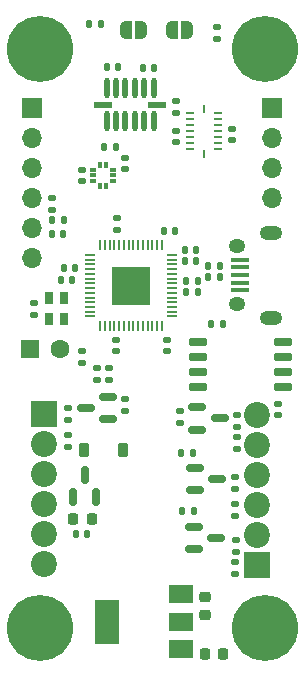
<source format=gbr>
%TF.GenerationSoftware,KiCad,Pcbnew,7.0.5*%
%TF.CreationDate,2023-12-24T21:30:35-08:00*%
%TF.ProjectId,Lyrav3,4c797261-7633-42e6-9b69-6361645f7063,rev?*%
%TF.SameCoordinates,Original*%
%TF.FileFunction,Soldermask,Bot*%
%TF.FilePolarity,Negative*%
%FSLAX46Y46*%
G04 Gerber Fmt 4.6, Leading zero omitted, Abs format (unit mm)*
G04 Created by KiCad (PCBNEW 7.0.5) date 2023-12-24 21:30:35*
%MOMM*%
%LPD*%
G01*
G04 APERTURE LIST*
G04 Aperture macros list*
%AMRoundRect*
0 Rectangle with rounded corners*
0 $1 Rounding radius*
0 $2 $3 $4 $5 $6 $7 $8 $9 X,Y pos of 4 corners*
0 Add a 4 corners polygon primitive as box body*
4,1,4,$2,$3,$4,$5,$6,$7,$8,$9,$2,$3,0*
0 Add four circle primitives for the rounded corners*
1,1,$1+$1,$2,$3*
1,1,$1+$1,$4,$5*
1,1,$1+$1,$6,$7*
1,1,$1+$1,$8,$9*
0 Add four rect primitives between the rounded corners*
20,1,$1+$1,$2,$3,$4,$5,0*
20,1,$1+$1,$4,$5,$6,$7,0*
20,1,$1+$1,$6,$7,$8,$9,0*
20,1,$1+$1,$8,$9,$2,$3,0*%
%AMFreePoly0*
4,1,19,0.000000,0.744911,0.071157,0.744911,0.207708,0.704816,0.327430,0.627875,0.420627,0.520320,0.479746,0.390866,0.500000,0.250000,0.500000,-0.250000,0.479746,-0.390866,0.420627,-0.520320,0.327430,-0.627875,0.207708,-0.704816,0.071157,-0.744911,0.000000,-0.744911,0.000000,-0.750000,-0.500000,-0.750000,-0.500000,0.750000,0.000000,0.750000,0.000000,0.744911,0.000000,0.744911,
$1*%
%AMFreePoly1*
4,1,19,0.500000,-0.750000,0.000000,-0.750000,0.000000,-0.744911,-0.071157,-0.744911,-0.207708,-0.704816,-0.327430,-0.627875,-0.420627,-0.520320,-0.479746,-0.390866,-0.500000,-0.250000,-0.500000,0.250000,-0.479746,0.390866,-0.420627,0.520320,-0.327430,0.627875,-0.207708,0.704816,-0.071157,0.744911,0.000000,0.744911,0.000000,0.750000,0.500000,0.750000,0.500000,-0.750000,0.500000,-0.750000,
$1*%
G04 Aperture macros list end*
%ADD10RoundRect,0.140000X0.170000X-0.140000X0.170000X0.140000X-0.170000X0.140000X-0.170000X-0.140000X0*%
%ADD11RoundRect,0.140000X-0.140000X-0.170000X0.140000X-0.170000X0.140000X0.170000X-0.140000X0.170000X0*%
%ADD12RoundRect,0.225000X-0.225000X-0.250000X0.225000X-0.250000X0.225000X0.250000X-0.225000X0.250000X0*%
%ADD13RoundRect,0.140000X0.140000X0.170000X-0.140000X0.170000X-0.140000X-0.170000X0.140000X-0.170000X0*%
%ADD14RoundRect,0.225000X0.250000X-0.225000X0.250000X0.225000X-0.250000X0.225000X-0.250000X-0.225000X0*%
%ADD15R,2.000000X1.500000*%
%ADD16R,2.000000X3.800000*%
%ADD17RoundRect,0.225000X-0.225000X-0.375000X0.225000X-0.375000X0.225000X0.375000X-0.225000X0.375000X0*%
%ADD18R,0.800000X1.000000*%
%ADD19C,5.600000*%
%ADD20O,1.700000X1.700000*%
%ADD21R,1.700000X1.700000*%
%ADD22C,1.600000*%
%ADD23R,1.600000X1.600000*%
%ADD24C,2.200000*%
%ADD25R,2.200000X2.200000*%
%ADD26RoundRect,0.140000X-0.170000X0.140000X-0.170000X-0.140000X0.170000X-0.140000X0.170000X0.140000X0*%
%ADD27RoundRect,0.135000X-0.135000X-0.185000X0.135000X-0.185000X0.135000X0.185000X-0.135000X0.185000X0*%
%ADD28RoundRect,0.135000X-0.185000X0.135000X-0.185000X-0.135000X0.185000X-0.135000X0.185000X0.135000X0*%
%ADD29RoundRect,0.135000X0.135000X0.185000X-0.135000X0.185000X-0.135000X-0.185000X0.135000X-0.185000X0*%
%ADD30RoundRect,0.050000X0.050000X-0.387500X0.050000X0.387500X-0.050000X0.387500X-0.050000X-0.387500X0*%
%ADD31RoundRect,0.050000X0.387500X-0.050000X0.387500X0.050000X-0.387500X0.050000X-0.387500X-0.050000X0*%
%ADD32R,3.200000X3.200000*%
%ADD33RoundRect,0.150000X-0.587500X-0.150000X0.587500X-0.150000X0.587500X0.150000X-0.587500X0.150000X0*%
%ADD34R,0.500000X0.300000*%
%ADD35R,0.300000X0.500000*%
%ADD36RoundRect,0.150000X0.150000X-0.587500X0.150000X0.587500X-0.150000X0.587500X-0.150000X-0.587500X0*%
%ADD37RoundRect,0.135000X0.185000X-0.135000X0.185000X0.135000X-0.185000X0.135000X-0.185000X-0.135000X0*%
%ADD38RoundRect,0.150000X-0.650000X-0.150000X0.650000X-0.150000X0.650000X0.150000X-0.650000X0.150000X0*%
%ADD39R,1.600000X0.400000*%
%ADD40O,1.400000X1.200000*%
%ADD41O,1.900000X1.200000*%
%ADD42FreePoly0,0.000000*%
%ADD43FreePoly1,0.000000*%
%ADD44R,0.800000X0.250000*%
%ADD45R,0.250000X0.800000*%
%ADD46R,1.550000X0.600000*%
%ADD47O,0.450000X1.770000*%
%ADD48RoundRect,0.150000X0.587500X0.150000X-0.587500X0.150000X-0.587500X-0.150000X0.587500X-0.150000X0*%
G04 APERTURE END LIST*
D10*
%TO.C,C13*%
X2455000Y29518000D03*
X2455000Y30478000D03*
%TD*%
D11*
%TO.C,C8*%
X6011000Y10948000D03*
X6971000Y10948000D03*
%TD*%
D12*
%TO.C,C7*%
X5782400Y12243400D03*
X7332400Y12243400D03*
%TD*%
D13*
%TO.C,C3*%
X4918800Y36348000D03*
X3958800Y36348000D03*
%TD*%
D14*
%TO.C,C6*%
X16932601Y4051600D03*
X16932601Y5601600D03*
%TD*%
D15*
%TO.C,U5*%
X14926800Y5831200D03*
D16*
X8626800Y3531200D03*
D15*
X14926800Y3531200D03*
X14926800Y1231200D03*
%TD*%
D12*
%TO.C,C5*%
X16945400Y762600D03*
X18495400Y762600D03*
%TD*%
D17*
%TO.C,D1*%
X6672400Y18085400D03*
X9972400Y18085400D03*
%TD*%
D18*
%TO.C,X2*%
X3769600Y29159800D03*
X3769600Y30959800D03*
X4969600Y30959800D03*
X4969600Y29159800D03*
%TD*%
D19*
%TO.C,H3*%
X3000000Y3000000D03*
%TD*%
D20*
%TO.C,J8*%
X22648000Y39396000D03*
X22648000Y41936000D03*
X22648000Y44476000D03*
D21*
X22648000Y47016000D03*
%TD*%
D19*
%TO.C,H1*%
X3000000Y52000000D03*
%TD*%
%TO.C,H2*%
X22000000Y52000000D03*
%TD*%
%TO.C,H4*%
X22000000Y3000000D03*
%TD*%
D22*
%TO.C,C9*%
X4664800Y26619800D03*
D23*
X2164800Y26619800D03*
%TD*%
D24*
%TO.C,J2*%
X3293200Y8433400D03*
X3293200Y10973400D03*
X3293200Y13513400D03*
X3293200Y16053400D03*
X3293200Y18593400D03*
D25*
X3293200Y21133400D03*
%TD*%
D24*
%TO.C,J9*%
X21327200Y21006400D03*
X21327200Y18466400D03*
X21327200Y15926400D03*
X21327200Y13386400D03*
X21327200Y10846400D03*
D25*
X21327200Y8306400D03*
%TD*%
D20*
%TO.C,J6*%
X2328000Y34326000D03*
X2328000Y36866000D03*
X2328000Y39406000D03*
X2328000Y41946000D03*
X2328000Y44486000D03*
D21*
X2328000Y47026000D03*
%TD*%
D26*
%TO.C,C22*%
X13758000Y27379200D03*
X13758000Y26419200D03*
%TD*%
D27*
%TO.C,R18*%
X18230400Y33630200D03*
X17210400Y33630200D03*
%TD*%
D11*
%TO.C,C11*%
X9564400Y50445000D03*
X8604400Y50445000D03*
%TD*%
D28*
%TO.C,R17*%
X14824800Y21338600D03*
X14824800Y20318600D03*
%TD*%
D29*
%TO.C,R6*%
X8396600Y43714000D03*
X9416600Y43714000D03*
%TD*%
D13*
%TO.C,C10*%
X11703200Y50394200D03*
X12663200Y50394200D03*
%TD*%
D30*
%TO.C,U8*%
X13276100Y28525900D03*
X12876100Y28525900D03*
X12476100Y28525900D03*
X12076100Y28525900D03*
X11676100Y28525900D03*
X11276100Y28525900D03*
X10876100Y28525900D03*
X10476100Y28525900D03*
X10076100Y28525900D03*
X9676100Y28525900D03*
X9276100Y28525900D03*
X8876100Y28525900D03*
X8476100Y28525900D03*
X8076100Y28525900D03*
D31*
X7238600Y29363400D03*
X7238600Y29763400D03*
X7238600Y30163400D03*
X7238600Y30563400D03*
X7238600Y30963400D03*
X7238600Y31363400D03*
X7238600Y31763400D03*
X7238600Y32163400D03*
X7238600Y32563400D03*
X7238600Y32963400D03*
X7238600Y33363400D03*
X7238600Y33763400D03*
X7238600Y34163400D03*
X7238600Y34563400D03*
D30*
X8076100Y35400900D03*
X8476100Y35400900D03*
X8876100Y35400900D03*
X9276100Y35400900D03*
X9676100Y35400900D03*
X10076100Y35400900D03*
X10476100Y35400900D03*
X10876100Y35400900D03*
X11276100Y35400900D03*
X11676100Y35400900D03*
X12076100Y35400900D03*
X12476100Y35400900D03*
X12876100Y35400900D03*
X13276100Y35400900D03*
D31*
X14113600Y34563400D03*
X14113600Y34163400D03*
X14113600Y33763400D03*
X14113600Y33363400D03*
X14113600Y32963400D03*
X14113600Y32563400D03*
X14113600Y32163400D03*
X14113600Y31763400D03*
X14113600Y31363400D03*
X14113600Y30963400D03*
X14113600Y30563400D03*
X14113600Y30163400D03*
X14113600Y29763400D03*
X14113600Y29363400D03*
D32*
X10676100Y31963400D03*
%TD*%
D33*
%TO.C,Q2*%
X17974400Y15596200D03*
X16099400Y16546200D03*
X16099400Y14646200D03*
%TD*%
D34*
%TO.C,U3*%
X7452400Y41801000D03*
X7452400Y41301000D03*
X7452400Y40801000D03*
D35*
X8072400Y40431000D03*
X8572400Y40431000D03*
D34*
X9192400Y40801000D03*
X9192400Y41301000D03*
X9192400Y41801000D03*
D35*
X8572400Y42171000D03*
X8072400Y42171000D03*
%TD*%
D11*
%TO.C,C17*%
X16320800Y31395000D03*
X15360800Y31395000D03*
%TD*%
D36*
%TO.C,Q1*%
X6747600Y15924100D03*
X5797600Y14049100D03*
X7697600Y14049100D03*
%TD*%
D37*
%TO.C,R27*%
X10202000Y21385400D03*
X10202000Y22405400D03*
%TD*%
D29*
%TO.C,R16*%
X15026000Y12853000D03*
X16046000Y12853000D03*
%TD*%
D38*
%TO.C,U9*%
X23581000Y23394000D03*
X23581000Y24664000D03*
X23581000Y25934000D03*
X23581000Y27204000D03*
X16381000Y27204000D03*
X16381000Y25934000D03*
X16381000Y24664000D03*
X16381000Y23394000D03*
%TD*%
D28*
%TO.C,R7*%
X14443800Y47627600D03*
X14443800Y46607600D03*
%TD*%
D26*
%TO.C,C1*%
X14513800Y45092400D03*
X14513800Y44132400D03*
%TD*%
D11*
%TO.C,C21*%
X14390400Y36627400D03*
X13430400Y36627400D03*
%TD*%
D29*
%TO.C,R15*%
X17210400Y32665000D03*
X18230400Y32665000D03*
%TD*%
D26*
%TO.C,C12*%
X10125800Y41837000D03*
X10125800Y42797000D03*
%TD*%
D28*
%TO.C,R2*%
X6519000Y25424000D03*
X6519000Y26444000D03*
%TD*%
D10*
%TO.C,C2*%
X19267701Y44283399D03*
X19267701Y45243399D03*
%TD*%
D26*
%TO.C,C4*%
X6500000Y40829000D03*
X6500000Y41789000D03*
%TD*%
D28*
%TO.C,R22*%
X7763600Y23999600D03*
X7763600Y25019600D03*
%TD*%
D11*
%TO.C,C19*%
X16219200Y35001800D03*
X15259200Y35001800D03*
%TD*%
D39*
%TO.C,J7*%
X19889100Y34168200D03*
X19889100Y33518200D03*
X19889100Y32868200D03*
X19889100Y32218200D03*
X19879100Y31568200D03*
D40*
X19639100Y30448200D03*
X19639100Y35288200D03*
D41*
X22539100Y36468200D03*
X22539100Y29268200D03*
%TD*%
D26*
%TO.C,C23*%
X9440000Y26444600D03*
X9440000Y27404600D03*
%TD*%
D27*
%TO.C,R1*%
X8149313Y54128000D03*
X7129313Y54128000D03*
%TD*%
D33*
%TO.C,Q3*%
X17895900Y10617800D03*
X16020900Y11567800D03*
X16020900Y9667800D03*
%TD*%
D28*
%TO.C,R25*%
X5325200Y18286600D03*
X5325200Y19306600D03*
%TD*%
D11*
%TO.C,C25*%
X16320800Y32360200D03*
X15360800Y32360200D03*
%TD*%
D42*
%TO.C,J4*%
X15424000Y53620000D03*
D43*
X14124000Y53620000D03*
%TD*%
D28*
%TO.C,R12*%
X19447600Y8537000D03*
X19447600Y7517000D03*
%TD*%
%TO.C,R10*%
X19549200Y9396600D03*
X19549200Y10416600D03*
%TD*%
%TO.C,R21*%
X19498400Y14779400D03*
X19498400Y15799400D03*
%TD*%
D29*
%TO.C,R3*%
X17464400Y28702600D03*
X18484400Y28702600D03*
%TD*%
D28*
%TO.C,R23*%
X5323200Y21592600D03*
X5323200Y20572600D03*
%TD*%
D44*
%TO.C,U2*%
X18076000Y43544200D03*
X18076000Y44044200D03*
X18076000Y44544200D03*
X18076000Y45044200D03*
X18076000Y45544200D03*
X18076000Y46044200D03*
X18076000Y46544200D03*
D45*
X16876000Y46954200D03*
D44*
X15676000Y46544200D03*
X15676000Y46044200D03*
X15676000Y45544200D03*
X15676000Y45044200D03*
X15676000Y44544200D03*
X15676000Y44044200D03*
X15676000Y43544200D03*
D45*
X16876000Y43134200D03*
%TD*%
D28*
%TO.C,R24*%
X19498400Y12495400D03*
X19498400Y13515400D03*
%TD*%
D46*
%TO.C,U4*%
X8308400Y47295400D03*
D47*
X8608400Y45885400D03*
X9408400Y45885400D03*
X10208400Y45885400D03*
X11008400Y45885400D03*
X11808400Y45885400D03*
X12608400Y45885400D03*
D46*
X12908400Y47295400D03*
D47*
X12608400Y48705400D03*
X11808400Y48705400D03*
X11008400Y48705400D03*
X10208400Y48705400D03*
X9408400Y48705400D03*
X8608400Y48705400D03*
%TD*%
D42*
%TO.C,J3*%
X11516999Y53620000D03*
D43*
X10216999Y53620000D03*
%TD*%
D29*
%TO.C,R5*%
X3951600Y37491000D03*
X4971600Y37491000D03*
%TD*%
D28*
%TO.C,R4*%
X3953600Y38403400D03*
X3953600Y39423400D03*
%TD*%
D37*
%TO.C,R14*%
X17974400Y53862800D03*
X17974400Y52842800D03*
%TD*%
D48*
%TO.C,Q5*%
X8699100Y22540600D03*
X8699100Y20640600D03*
X6824100Y21590600D03*
%TD*%
D13*
%TO.C,C16*%
X4997600Y33427000D03*
X5957600Y33427000D03*
%TD*%
D29*
%TO.C,R26*%
X14873600Y17831400D03*
X15893600Y17831400D03*
%TD*%
D13*
%TO.C,C24*%
X4743600Y32461800D03*
X5703600Y32461800D03*
%TD*%
D33*
%TO.C,Q4*%
X16302600Y19777000D03*
X16302600Y21677000D03*
X18177600Y20727000D03*
%TD*%
D28*
%TO.C,R28*%
X8830400Y23976200D03*
X8830400Y24996200D03*
%TD*%
D26*
%TO.C,C27*%
X23156000Y21009000D03*
X23156000Y21969000D03*
%TD*%
D11*
%TO.C,C18*%
X16219200Y34036600D03*
X15259200Y34036600D03*
%TD*%
D10*
%TO.C,C26*%
X9465400Y37666200D03*
X9465400Y36706200D03*
%TD*%
D28*
%TO.C,R13*%
X19650800Y18134200D03*
X19650800Y19154200D03*
%TD*%
%TO.C,R11*%
X19650800Y21033800D03*
X19650800Y20013800D03*
%TD*%
M02*

</source>
